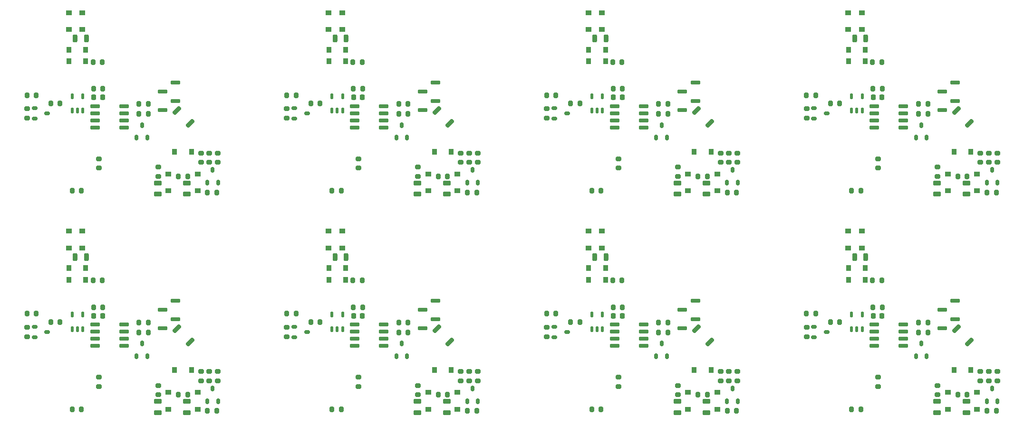
<source format=gbr>
%TF.GenerationSoftware,KiCad,Pcbnew,9.0.2-9.0.2-0~ubuntu24.04.1*%
%TF.CreationDate,2025-05-26T21:58:39+03:00*%
%TF.ProjectId,panelize,70616e65-6c69-47a6-952e-6b696361645f,V01*%
%TF.SameCoordinates,PX2e40d20PY1312d00*%
%TF.FileFunction,Paste,Bot*%
%TF.FilePolarity,Positive*%
%FSLAX46Y46*%
G04 Gerber Fmt 4.6, Leading zero omitted, Abs format (unit mm)*
G04 Created by KiCad (PCBNEW 9.0.2-9.0.2-0~ubuntu24.04.1) date 2025-05-26 21:58:39*
%MOMM*%
%LPD*%
G01*
G04 APERTURE LIST*
G04 Aperture macros list*
%AMRoundRect*
0 Rectangle with rounded corners*
0 $1 Rounding radius*
0 $2 $3 $4 $5 $6 $7 $8 $9 X,Y pos of 4 corners*
0 Add a 4 corners polygon primitive as box body*
4,1,4,$2,$3,$4,$5,$6,$7,$8,$9,$2,$3,0*
0 Add four circle primitives for the rounded corners*
1,1,$1+$1,$2,$3*
1,1,$1+$1,$4,$5*
1,1,$1+$1,$6,$7*
1,1,$1+$1,$8,$9*
0 Add four rect primitives between the rounded corners*
20,1,$1+$1,$2,$3,$4,$5,0*
20,1,$1+$1,$4,$5,$6,$7,0*
20,1,$1+$1,$6,$7,$8,$9,0*
20,1,$1+$1,$8,$9,$2,$3,0*%
G04 Aperture macros list end*
%ADD10RoundRect,0.150000X0.350000X0.150000X-0.350000X0.150000X-0.350000X-0.150000X0.350000X-0.150000X0*%
%ADD11RoundRect,0.200000X0.200000X0.275000X-0.200000X0.275000X-0.200000X-0.275000X0.200000X-0.275000X0*%
%ADD12RoundRect,0.200000X0.500000X-0.200000X0.500000X0.200000X-0.500000X0.200000X-0.500000X-0.200000X0*%
%ADD13RoundRect,0.204545X0.245455X0.345455X-0.245455X0.345455X-0.245455X-0.345455X0.245455X-0.345455X0*%
%ADD14RoundRect,0.204545X-0.345455X0.245455X-0.345455X-0.245455X0.345455X-0.245455X0.345455X0.245455X0*%
%ADD15RoundRect,0.204545X-0.245455X-0.345455X0.245455X-0.345455X0.245455X0.345455X-0.245455X0.345455X0*%
%ADD16RoundRect,0.200000X-0.200000X-0.275000X0.200000X-0.275000X0.200000X0.275000X-0.200000X0.275000X0*%
%ADD17RoundRect,0.166667X-0.708333X0.208333X-0.708333X-0.208333X0.708333X-0.208333X0.708333X0.208333X0*%
%ADD18RoundRect,0.204545X0.345455X-0.245455X0.345455X0.245455X-0.345455X0.245455X-0.345455X-0.245455X0*%
%ADD19RoundRect,0.137500X-0.137500X0.362500X-0.137500X-0.362500X0.137500X-0.362500X0.137500X0.362500X0*%
%ADD20RoundRect,0.150000X-0.150000X0.350000X-0.150000X-0.350000X0.150000X-0.350000X0.150000X0.350000X0*%
%ADD21RoundRect,0.200000X-0.500000X0.200000X-0.500000X-0.200000X0.500000X-0.200000X0.500000X0.200000X0*%
%ADD22RoundRect,0.200000X0.275000X-0.200000X0.275000X0.200000X-0.275000X0.200000X-0.275000X-0.200000X0*%
%ADD23RoundRect,0.200000X-0.275000X0.200000X-0.275000X-0.200000X0.275000X-0.200000X0.275000X0.200000X0*%
%ADD24RoundRect,0.225000X0.225000X0.250000X-0.225000X0.250000X-0.225000X-0.250000X0.225000X-0.250000X0*%
%ADD25RoundRect,0.150000X0.725000X0.150000X-0.725000X0.150000X-0.725000X-0.150000X0.725000X-0.150000X0*%
%ADD26RoundRect,0.195122X0.204878X0.504878X-0.204878X0.504878X-0.204878X-0.504878X0.204878X-0.504878X0*%
%ADD27RoundRect,0.166667X-0.648181X-0.353553X-0.353553X-0.648181X0.648181X0.353553X0.353553X0.648181X0*%
G04 APERTURE END LIST*
D10*
%TO.C,Q3*%
X150274113Y-32450000D03*
X150274113Y-30550000D03*
X152549113Y-31500000D03*
%TD*%
D11*
%TO.C,R12*%
X37063881Y-81700000D03*
X38713881Y-81700000D03*
%TD*%
D12*
%TO.C,D8*%
X125937369Y-82900000D03*
X125937369Y-84900000D03*
%TD*%
D13*
%TO.C,D6*%
X110137369Y-61200000D03*
X113137369Y-61200000D03*
%TD*%
D10*
%TO.C,Q3*%
X11451381Y-71450000D03*
X11451381Y-69550000D03*
X13726381Y-70500000D03*
%TD*%
D14*
%TO.C,D1*%
X158811613Y-16500000D03*
X158811613Y-13500000D03*
%TD*%
D11*
%TO.C,C5*%
X160786613Y-66100000D03*
X162436613Y-66100000D03*
%TD*%
D15*
%TO.C,D4*%
X178211613Y-38300000D03*
X175211613Y-38300000D03*
%TD*%
D14*
%TO.C,D1*%
X112537369Y-16500000D03*
X112537369Y-13500000D03*
%TD*%
D16*
%TO.C,R14*%
X150586613Y-28250000D03*
X148936613Y-28250000D03*
%TD*%
D17*
%TO.C,R4*%
X36588881Y-29250000D03*
X36588881Y-25950000D03*
%TD*%
%TO.C,R5*%
X126837369Y-30850000D03*
X126837369Y-27550000D03*
%TD*%
D14*
%TO.C,D1*%
X19988881Y-16500000D03*
X19988881Y-13500000D03*
%TD*%
D18*
%TO.C,D2*%
X63816135Y-52500000D03*
X63816135Y-55500000D03*
%TD*%
D11*
%TO.C,C5*%
X160786613Y-27100000D03*
X162436613Y-27100000D03*
%TD*%
D16*
%TO.C,R16*%
X158636613Y-45300000D03*
X156986613Y-45300000D03*
%TD*%
D17*
%TO.C,R4*%
X82863125Y-29250000D03*
X82863125Y-25950000D03*
%TD*%
D19*
%TO.C,U5*%
X158861613Y-70000000D03*
X157911613Y-70000000D03*
X156961613Y-70000000D03*
X156961613Y-67400000D03*
X158861613Y-67400000D03*
%TD*%
D20*
%TO.C,U4*%
X31538881Y-74837500D03*
X29638881Y-74837500D03*
X30588881Y-72562500D03*
%TD*%
D16*
%TO.C,R9*%
X116062369Y-61300000D03*
X114412369Y-61300000D03*
%TD*%
D20*
%TO.C,Q2*%
X90413125Y-43837500D03*
X88513125Y-43837500D03*
X89463125Y-41562500D03*
%TD*%
D21*
%TO.C,D9*%
X38588881Y-45900000D03*
X38588881Y-43900000D03*
%TD*%
D16*
%TO.C,R7*%
X77988125Y-29800000D03*
X76338125Y-29800000D03*
%TD*%
D15*
%TO.C,D7*%
X20588881Y-59100000D03*
X17588881Y-59100000D03*
%TD*%
D19*
%TO.C,U5*%
X66313125Y-70000000D03*
X65363125Y-70000000D03*
X64413125Y-70000000D03*
X64413125Y-67400000D03*
X66313125Y-67400000D03*
%TD*%
D12*
%TO.C,D8*%
X125937369Y-43900000D03*
X125937369Y-45900000D03*
%TD*%
D18*
%TO.C,D3*%
X86763125Y-42300000D03*
X86763125Y-45300000D03*
%TD*%
D11*
%TO.C,C9*%
X60638125Y-29700000D03*
X62288125Y-29700000D03*
%TD*%
D12*
%TO.C,D8*%
X172211613Y-82900000D03*
X172211613Y-84900000D03*
%TD*%
D22*
%TO.C,R11*%
X79763125Y-41075000D03*
X79763125Y-42725000D03*
%TD*%
D16*
%TO.C,R14*%
X150586613Y-67250000D03*
X148936613Y-67250000D03*
%TD*%
D11*
%TO.C,R8*%
X76338125Y-31600000D03*
X77988125Y-31600000D03*
%TD*%
D19*
%TO.C,U5*%
X158861613Y-31000000D03*
X157911613Y-31000000D03*
X156961613Y-31000000D03*
X156961613Y-28400000D03*
X158861613Y-28400000D03*
%TD*%
D11*
%TO.C,C9*%
X153186613Y-29700000D03*
X154836613Y-29700000D03*
%TD*%
D20*
%TO.C,Q2*%
X182961613Y-82837500D03*
X181061613Y-82837500D03*
X182011613Y-80562500D03*
%TD*%
D12*
%TO.C,D8*%
X33388881Y-43900000D03*
X33388881Y-45900000D03*
%TD*%
D11*
%TO.C,R12*%
X175886613Y-81700000D03*
X177536613Y-81700000D03*
%TD*%
D16*
%TO.C,R9*%
X69788125Y-61300000D03*
X68138125Y-61300000D03*
%TD*%
D23*
%TO.C,R13*%
X148949113Y-32325000D03*
X148949113Y-30675000D03*
%TD*%
D17*
%TO.C,R4*%
X82863125Y-68250000D03*
X82863125Y-64950000D03*
%TD*%
D24*
%TO.C,C6*%
X160836613Y-28600000D03*
X162386613Y-28600000D03*
%TD*%
D11*
%TO.C,R12*%
X83338125Y-42700000D03*
X84988125Y-42700000D03*
%TD*%
D23*
%TO.C,R10*%
X136637369Y-79225000D03*
X136637369Y-77575000D03*
%TD*%
D19*
%TO.C,U5*%
X112587369Y-70000000D03*
X111637369Y-70000000D03*
X110687369Y-70000000D03*
X110687369Y-67400000D03*
X112587369Y-67400000D03*
%TD*%
D22*
%TO.C,C7*%
X87363125Y-38575000D03*
X87363125Y-40225000D03*
%TD*%
%TO.C,C7*%
X179911613Y-77575000D03*
X179911613Y-79225000D03*
%TD*%
D11*
%TO.C,C9*%
X106912369Y-68700000D03*
X108562369Y-68700000D03*
%TD*%
D19*
%TO.C,U5*%
X20038881Y-70000000D03*
X19088881Y-70000000D03*
X18138881Y-70000000D03*
X18138881Y-67400000D03*
X20038881Y-67400000D03*
%TD*%
D16*
%TO.C,R9*%
X69788125Y-22300000D03*
X68138125Y-22300000D03*
%TD*%
%TO.C,R7*%
X77988125Y-68800000D03*
X76338125Y-68800000D03*
%TD*%
D19*
%TO.C,U5*%
X112587369Y-31000000D03*
X111637369Y-31000000D03*
X110687369Y-31000000D03*
X110687369Y-28400000D03*
X112587369Y-28400000D03*
%TD*%
D18*
%TO.C,D5*%
X174111613Y-81300000D03*
X174111613Y-84300000D03*
%TD*%
D22*
%TO.C,R11*%
X79763125Y-80075000D03*
X79763125Y-81725000D03*
%TD*%
D11*
%TO.C,C9*%
X106912369Y-29700000D03*
X108562369Y-29700000D03*
%TD*%
D25*
%TO.C,U3*%
X22213881Y-73005000D03*
X22213881Y-71735000D03*
X22213881Y-70465000D03*
X22213881Y-69195000D03*
X27363881Y-69195000D03*
X27363881Y-70465000D03*
X27363881Y-71735000D03*
X27363881Y-73005000D03*
%TD*%
D19*
%TO.C,U5*%
X20038881Y-31000000D03*
X19088881Y-31000000D03*
X18138881Y-31000000D03*
X18138881Y-28400000D03*
X20038881Y-28400000D03*
%TD*%
D22*
%TO.C,R6*%
X115437369Y-39575000D03*
X115437369Y-41225000D03*
%TD*%
D16*
%TO.C,R16*%
X66088125Y-45300000D03*
X64438125Y-45300000D03*
%TD*%
D11*
%TO.C,R15*%
X134812369Y-45600000D03*
X136462369Y-45600000D03*
%TD*%
D16*
%TO.C,R16*%
X158636613Y-84300000D03*
X156986613Y-84300000D03*
%TD*%
%TO.C,R14*%
X58038125Y-28250000D03*
X56388125Y-28250000D03*
%TD*%
D20*
%TO.C,Q2*%
X182961613Y-43837500D03*
X181061613Y-43837500D03*
X182011613Y-41562500D03*
%TD*%
D17*
%TO.C,R5*%
X34288881Y-30850000D03*
X34288881Y-27550000D03*
%TD*%
D23*
%TO.C,R3*%
X181411613Y-79225000D03*
X181411613Y-77575000D03*
%TD*%
D24*
%TO.C,C6*%
X68288125Y-67600000D03*
X69838125Y-67600000D03*
%TD*%
D10*
%TO.C,Q3*%
X11451381Y-32450000D03*
X11451381Y-30550000D03*
X13726381Y-31500000D03*
%TD*%
D23*
%TO.C,R13*%
X56400625Y-71325000D03*
X56400625Y-69675000D03*
%TD*%
D11*
%TO.C,R8*%
X122612369Y-70600000D03*
X124262369Y-70600000D03*
%TD*%
D16*
%TO.C,R16*%
X112362369Y-84300000D03*
X110712369Y-84300000D03*
%TD*%
D10*
%TO.C,Q3*%
X103999869Y-71450000D03*
X103999869Y-69550000D03*
X106274869Y-70500000D03*
%TD*%
D17*
%TO.C,R5*%
X173111613Y-69850000D03*
X173111613Y-66550000D03*
%TD*%
D23*
%TO.C,R3*%
X88863125Y-79225000D03*
X88863125Y-77575000D03*
%TD*%
%TO.C,R13*%
X56400625Y-32325000D03*
X56400625Y-30675000D03*
%TD*%
D13*
%TO.C,D6*%
X17588881Y-61200000D03*
X20588881Y-61200000D03*
%TD*%
D23*
%TO.C,R10*%
X182911613Y-40225000D03*
X182911613Y-38575000D03*
%TD*%
D16*
%TO.C,R16*%
X112362369Y-45300000D03*
X110712369Y-45300000D03*
%TD*%
D20*
%TO.C,Q2*%
X90413125Y-82837500D03*
X88513125Y-82837500D03*
X89463125Y-80562500D03*
%TD*%
D11*
%TO.C,R15*%
X42263881Y-84600000D03*
X43913881Y-84600000D03*
%TD*%
D23*
%TO.C,R3*%
X88863125Y-40225000D03*
X88863125Y-38575000D03*
%TD*%
D21*
%TO.C,D9*%
X177411613Y-84900000D03*
X177411613Y-82900000D03*
%TD*%
D23*
%TO.C,R3*%
X135137369Y-40225000D03*
X135137369Y-38575000D03*
%TD*%
D16*
%TO.C,R16*%
X19813881Y-45300000D03*
X18163881Y-45300000D03*
%TD*%
%TO.C,R9*%
X162336613Y-22300000D03*
X160686613Y-22300000D03*
%TD*%
%TO.C,R14*%
X104312369Y-67250000D03*
X102662369Y-67250000D03*
%TD*%
%TO.C,R14*%
X58038125Y-67250000D03*
X56388125Y-67250000D03*
%TD*%
D12*
%TO.C,D8*%
X172211613Y-43900000D03*
X172211613Y-45900000D03*
%TD*%
D17*
%TO.C,R4*%
X175411613Y-29250000D03*
X175411613Y-25950000D03*
%TD*%
D10*
%TO.C,Q3*%
X57725625Y-71450000D03*
X57725625Y-69550000D03*
X60000625Y-70500000D03*
%TD*%
D21*
%TO.C,D9*%
X177411613Y-45900000D03*
X177411613Y-43900000D03*
%TD*%
D22*
%TO.C,R6*%
X69163125Y-78575000D03*
X69163125Y-80225000D03*
%TD*%
D26*
%TO.C,C4*%
X157511613Y-57100000D03*
X159511613Y-57100000D03*
%TD*%
D13*
%TO.C,D6*%
X63863125Y-22200000D03*
X66863125Y-22200000D03*
%TD*%
D11*
%TO.C,R12*%
X175886613Y-42700000D03*
X177536613Y-42700000D03*
%TD*%
D10*
%TO.C,Q3*%
X57725625Y-32450000D03*
X57725625Y-30550000D03*
X60000625Y-31500000D03*
%TD*%
D16*
%TO.C,R9*%
X23513881Y-61300000D03*
X21863881Y-61300000D03*
%TD*%
D27*
%TO.C,C8*%
X131704095Y-33266726D03*
X129370643Y-30933274D03*
%TD*%
D15*
%TO.C,D4*%
X131937369Y-38300000D03*
X128937369Y-38300000D03*
%TD*%
D11*
%TO.C,R12*%
X129612369Y-42700000D03*
X131262369Y-42700000D03*
%TD*%
D13*
%TO.C,D6*%
X156411613Y-61200000D03*
X159411613Y-61200000D03*
%TD*%
D18*
%TO.C,D3*%
X86763125Y-81300000D03*
X86763125Y-84300000D03*
%TD*%
D11*
%TO.C,C9*%
X60638125Y-68700000D03*
X62288125Y-68700000D03*
%TD*%
D12*
%TO.C,D8*%
X79663125Y-82900000D03*
X79663125Y-84900000D03*
%TD*%
D23*
%TO.C,R3*%
X42588881Y-79225000D03*
X42588881Y-77575000D03*
%TD*%
D18*
%TO.C,D2*%
X156364623Y-52500000D03*
X156364623Y-55500000D03*
%TD*%
%TO.C,D2*%
X17541891Y-13500000D03*
X17541891Y-16500000D03*
%TD*%
D11*
%TO.C,C9*%
X153186613Y-68700000D03*
X154836613Y-68700000D03*
%TD*%
D20*
%TO.C,U4*%
X170361613Y-74837500D03*
X168461613Y-74837500D03*
X169411613Y-72562500D03*
%TD*%
D14*
%TO.C,D1*%
X19988881Y-55500000D03*
X19988881Y-52500000D03*
%TD*%
D27*
%TO.C,C8*%
X85429851Y-72266726D03*
X83096399Y-69933274D03*
%TD*%
D23*
%TO.C,R10*%
X136637369Y-40225000D03*
X136637369Y-38575000D03*
%TD*%
D18*
%TO.C,D5*%
X81563125Y-42300000D03*
X81563125Y-45300000D03*
%TD*%
D22*
%TO.C,R6*%
X22888881Y-39575000D03*
X22888881Y-41225000D03*
%TD*%
D25*
%TO.C,U3*%
X68488125Y-34005000D03*
X68488125Y-32735000D03*
X68488125Y-31465000D03*
X68488125Y-30195000D03*
X73638125Y-30195000D03*
X73638125Y-31465000D03*
X73638125Y-32735000D03*
X73638125Y-34005000D03*
%TD*%
D13*
%TO.C,D6*%
X156411613Y-22200000D03*
X159411613Y-22200000D03*
%TD*%
D27*
%TO.C,C8*%
X39155607Y-72266726D03*
X36822155Y-69933274D03*
%TD*%
D20*
%TO.C,U4*%
X77813125Y-35837500D03*
X75913125Y-35837500D03*
X76863125Y-33562500D03*
%TD*%
D18*
%TO.C,D3*%
X179311613Y-81300000D03*
X179311613Y-84300000D03*
%TD*%
%TO.C,D5*%
X81563125Y-81300000D03*
X81563125Y-84300000D03*
%TD*%
D26*
%TO.C,C4*%
X64963125Y-18100000D03*
X66963125Y-18100000D03*
%TD*%
D11*
%TO.C,C5*%
X68238125Y-66100000D03*
X69888125Y-66100000D03*
%TD*%
D16*
%TO.C,R16*%
X66088125Y-84300000D03*
X64438125Y-84300000D03*
%TD*%
D23*
%TO.C,R10*%
X44088881Y-40225000D03*
X44088881Y-38575000D03*
%TD*%
D27*
%TO.C,C8*%
X177978339Y-33266726D03*
X175644887Y-30933274D03*
%TD*%
D16*
%TO.C,R9*%
X23513881Y-22300000D03*
X21863881Y-22300000D03*
%TD*%
D18*
%TO.C,D2*%
X156364623Y-13500000D03*
X156364623Y-16500000D03*
%TD*%
D15*
%TO.C,D4*%
X85663125Y-77300000D03*
X82663125Y-77300000D03*
%TD*%
D27*
%TO.C,C8*%
X39155607Y-33266726D03*
X36822155Y-30933274D03*
%TD*%
D19*
%TO.C,U5*%
X66313125Y-31000000D03*
X65363125Y-31000000D03*
X64413125Y-31000000D03*
X64413125Y-28400000D03*
X66313125Y-28400000D03*
%TD*%
D15*
%TO.C,D7*%
X66863125Y-20100000D03*
X63863125Y-20100000D03*
%TD*%
D23*
%TO.C,R10*%
X182911613Y-79225000D03*
X182911613Y-77575000D03*
%TD*%
D18*
%TO.C,D3*%
X133037369Y-81300000D03*
X133037369Y-84300000D03*
%TD*%
D15*
%TO.C,D4*%
X39388881Y-38300000D03*
X36388881Y-38300000D03*
%TD*%
D20*
%TO.C,Q2*%
X44138881Y-43837500D03*
X42238881Y-43837500D03*
X43188881Y-41562500D03*
%TD*%
D22*
%TO.C,R6*%
X115437369Y-78575000D03*
X115437369Y-80225000D03*
%TD*%
D23*
%TO.C,R10*%
X44088881Y-79225000D03*
X44088881Y-77575000D03*
%TD*%
D16*
%TO.C,R7*%
X170536613Y-29800000D03*
X168886613Y-29800000D03*
%TD*%
D20*
%TO.C,Q2*%
X44138881Y-82837500D03*
X42238881Y-82837500D03*
X43188881Y-80562500D03*
%TD*%
D15*
%TO.C,D4*%
X39388881Y-77300000D03*
X36388881Y-77300000D03*
%TD*%
D11*
%TO.C,C5*%
X114512369Y-66100000D03*
X116162369Y-66100000D03*
%TD*%
%TO.C,R15*%
X88538125Y-45600000D03*
X90188125Y-45600000D03*
%TD*%
%TO.C,R15*%
X134812369Y-84600000D03*
X136462369Y-84600000D03*
%TD*%
D24*
%TO.C,C6*%
X22013881Y-28600000D03*
X23563881Y-28600000D03*
%TD*%
D20*
%TO.C,U4*%
X170361613Y-35837500D03*
X168461613Y-35837500D03*
X169411613Y-33562500D03*
%TD*%
D23*
%TO.C,R3*%
X135137369Y-79225000D03*
X135137369Y-77575000D03*
%TD*%
D24*
%TO.C,C6*%
X160836613Y-67600000D03*
X162386613Y-67600000D03*
%TD*%
D26*
%TO.C,C4*%
X18688881Y-18100000D03*
X20688881Y-18100000D03*
%TD*%
D15*
%TO.C,D7*%
X66863125Y-59100000D03*
X63863125Y-59100000D03*
%TD*%
D23*
%TO.C,R13*%
X102674869Y-71325000D03*
X102674869Y-69675000D03*
%TD*%
D27*
%TO.C,C8*%
X177978339Y-72266726D03*
X175644887Y-69933274D03*
%TD*%
D17*
%TO.C,R4*%
X129137369Y-68250000D03*
X129137369Y-64950000D03*
%TD*%
D22*
%TO.C,C7*%
X87363125Y-77575000D03*
X87363125Y-79225000D03*
%TD*%
D21*
%TO.C,D9*%
X84863125Y-45900000D03*
X84863125Y-43900000D03*
%TD*%
D23*
%TO.C,R3*%
X181411613Y-40225000D03*
X181411613Y-38575000D03*
%TD*%
D11*
%TO.C,C9*%
X14363881Y-68700000D03*
X16013881Y-68700000D03*
%TD*%
D17*
%TO.C,R4*%
X129137369Y-29250000D03*
X129137369Y-25950000D03*
%TD*%
D15*
%TO.C,D4*%
X178211613Y-77300000D03*
X175211613Y-77300000D03*
%TD*%
D25*
%TO.C,U3*%
X161036613Y-73005000D03*
X161036613Y-71735000D03*
X161036613Y-70465000D03*
X161036613Y-69195000D03*
X166186613Y-69195000D03*
X166186613Y-70465000D03*
X166186613Y-71735000D03*
X166186613Y-73005000D03*
%TD*%
D20*
%TO.C,U4*%
X124087369Y-35837500D03*
X122187369Y-35837500D03*
X123137369Y-33562500D03*
%TD*%
D16*
%TO.C,R7*%
X170536613Y-68800000D03*
X168886613Y-68800000D03*
%TD*%
D22*
%TO.C,C7*%
X179911613Y-38575000D03*
X179911613Y-40225000D03*
%TD*%
D11*
%TO.C,R15*%
X88538125Y-84600000D03*
X90188125Y-84600000D03*
%TD*%
D16*
%TO.C,R14*%
X104312369Y-28250000D03*
X102662369Y-28250000D03*
%TD*%
D20*
%TO.C,U4*%
X31538881Y-35837500D03*
X29638881Y-35837500D03*
X30588881Y-33562500D03*
%TD*%
D11*
%TO.C,R8*%
X168886613Y-70600000D03*
X170536613Y-70600000D03*
%TD*%
D25*
%TO.C,U3*%
X22213881Y-34005000D03*
X22213881Y-32735000D03*
X22213881Y-31465000D03*
X22213881Y-30195000D03*
X27363881Y-30195000D03*
X27363881Y-31465000D03*
X27363881Y-32735000D03*
X27363881Y-34005000D03*
%TD*%
%TO.C,U3*%
X114762369Y-34005000D03*
X114762369Y-32735000D03*
X114762369Y-31465000D03*
X114762369Y-30195000D03*
X119912369Y-30195000D03*
X119912369Y-31465000D03*
X119912369Y-32735000D03*
X119912369Y-34005000D03*
%TD*%
D16*
%TO.C,R7*%
X31713881Y-68800000D03*
X30063881Y-68800000D03*
%TD*%
D22*
%TO.C,R11*%
X172311613Y-41075000D03*
X172311613Y-42725000D03*
%TD*%
D10*
%TO.C,Q3*%
X150274113Y-71450000D03*
X150274113Y-69550000D03*
X152549113Y-70500000D03*
%TD*%
D11*
%TO.C,C5*%
X114512369Y-27100000D03*
X116162369Y-27100000D03*
%TD*%
D20*
%TO.C,U4*%
X124087369Y-74837500D03*
X122187369Y-74837500D03*
X123137369Y-72562500D03*
%TD*%
D18*
%TO.C,D5*%
X127837369Y-81300000D03*
X127837369Y-84300000D03*
%TD*%
D12*
%TO.C,D8*%
X79663125Y-43900000D03*
X79663125Y-45900000D03*
%TD*%
D11*
%TO.C,R12*%
X83338125Y-81700000D03*
X84988125Y-81700000D03*
%TD*%
D27*
%TO.C,C8*%
X131704095Y-72266726D03*
X129370643Y-69933274D03*
%TD*%
D16*
%TO.C,R7*%
X124262369Y-29800000D03*
X122612369Y-29800000D03*
%TD*%
D15*
%TO.C,D7*%
X113137369Y-20100000D03*
X110137369Y-20100000D03*
%TD*%
D12*
%TO.C,D8*%
X33388881Y-82900000D03*
X33388881Y-84900000D03*
%TD*%
D15*
%TO.C,D7*%
X20588881Y-20100000D03*
X17588881Y-20100000D03*
%TD*%
D11*
%TO.C,R8*%
X122612369Y-31600000D03*
X124262369Y-31600000D03*
%TD*%
D22*
%TO.C,R11*%
X33488881Y-80075000D03*
X33488881Y-81725000D03*
%TD*%
D15*
%TO.C,D7*%
X113137369Y-59100000D03*
X110137369Y-59100000D03*
%TD*%
D16*
%TO.C,R7*%
X124262369Y-68800000D03*
X122612369Y-68800000D03*
%TD*%
%TO.C,R9*%
X116062369Y-22300000D03*
X114412369Y-22300000D03*
%TD*%
D20*
%TO.C,Q2*%
X136687369Y-82837500D03*
X134787369Y-82837500D03*
X135737369Y-80562500D03*
%TD*%
D25*
%TO.C,U3*%
X114762369Y-73005000D03*
X114762369Y-71735000D03*
X114762369Y-70465000D03*
X114762369Y-69195000D03*
X119912369Y-69195000D03*
X119912369Y-70465000D03*
X119912369Y-71735000D03*
X119912369Y-73005000D03*
%TD*%
D24*
%TO.C,C6*%
X114562369Y-28600000D03*
X116112369Y-28600000D03*
%TD*%
D18*
%TO.C,D2*%
X110090379Y-13500000D03*
X110090379Y-16500000D03*
%TD*%
D22*
%TO.C,R6*%
X161711613Y-78575000D03*
X161711613Y-80225000D03*
%TD*%
D26*
%TO.C,C4*%
X18688881Y-57100000D03*
X20688881Y-57100000D03*
%TD*%
D17*
%TO.C,R5*%
X80563125Y-69850000D03*
X80563125Y-66550000D03*
%TD*%
%TO.C,R4*%
X175411613Y-68250000D03*
X175411613Y-64950000D03*
%TD*%
D14*
%TO.C,D1*%
X158811613Y-55500000D03*
X158811613Y-52500000D03*
%TD*%
D11*
%TO.C,C5*%
X21963881Y-66100000D03*
X23613881Y-66100000D03*
%TD*%
%TO.C,C9*%
X14363881Y-29700000D03*
X16013881Y-29700000D03*
%TD*%
D23*
%TO.C,R3*%
X42588881Y-40225000D03*
X42588881Y-38575000D03*
%TD*%
D22*
%TO.C,R6*%
X69163125Y-39575000D03*
X69163125Y-41225000D03*
%TD*%
D11*
%TO.C,R15*%
X181086613Y-84600000D03*
X182736613Y-84600000D03*
%TD*%
D26*
%TO.C,C4*%
X157511613Y-18100000D03*
X159511613Y-18100000D03*
%TD*%
D10*
%TO.C,Q3*%
X103999869Y-32450000D03*
X103999869Y-30550000D03*
X106274869Y-31500000D03*
%TD*%
D11*
%TO.C,R8*%
X30063881Y-70600000D03*
X31713881Y-70600000D03*
%TD*%
D21*
%TO.C,D9*%
X131137369Y-45900000D03*
X131137369Y-43900000D03*
%TD*%
%TO.C,D9*%
X131137369Y-84900000D03*
X131137369Y-82900000D03*
%TD*%
D20*
%TO.C,U4*%
X77813125Y-74837500D03*
X75913125Y-74837500D03*
X76863125Y-72562500D03*
%TD*%
D26*
%TO.C,C4*%
X64963125Y-57100000D03*
X66963125Y-57100000D03*
%TD*%
D11*
%TO.C,C5*%
X68238125Y-27100000D03*
X69888125Y-27100000D03*
%TD*%
D18*
%TO.C,D3*%
X179311613Y-42300000D03*
X179311613Y-45300000D03*
%TD*%
D16*
%TO.C,R14*%
X11763881Y-67250000D03*
X10113881Y-67250000D03*
%TD*%
D22*
%TO.C,C7*%
X41088881Y-38575000D03*
X41088881Y-40225000D03*
%TD*%
D15*
%TO.C,D7*%
X159411613Y-20100000D03*
X156411613Y-20100000D03*
%TD*%
D23*
%TO.C,R10*%
X90363125Y-40225000D03*
X90363125Y-38575000D03*
%TD*%
D25*
%TO.C,U3*%
X68488125Y-73005000D03*
X68488125Y-71735000D03*
X68488125Y-70465000D03*
X68488125Y-69195000D03*
X73638125Y-69195000D03*
X73638125Y-70465000D03*
X73638125Y-71735000D03*
X73638125Y-73005000D03*
%TD*%
D14*
%TO.C,D1*%
X66263125Y-16500000D03*
X66263125Y-13500000D03*
%TD*%
D17*
%TO.C,R5*%
X34288881Y-69850000D03*
X34288881Y-66550000D03*
%TD*%
D22*
%TO.C,R11*%
X172311613Y-80075000D03*
X172311613Y-81725000D03*
%TD*%
D18*
%TO.C,D5*%
X35288881Y-81300000D03*
X35288881Y-84300000D03*
%TD*%
D16*
%TO.C,R9*%
X162336613Y-61300000D03*
X160686613Y-61300000D03*
%TD*%
D24*
%TO.C,C6*%
X114562369Y-67600000D03*
X116112369Y-67600000D03*
%TD*%
D11*
%TO.C,R15*%
X181086613Y-45600000D03*
X182736613Y-45600000D03*
%TD*%
D22*
%TO.C,C7*%
X41088881Y-77575000D03*
X41088881Y-79225000D03*
%TD*%
%TO.C,C7*%
X133637369Y-77575000D03*
X133637369Y-79225000D03*
%TD*%
D13*
%TO.C,D6*%
X63863125Y-61200000D03*
X66863125Y-61200000D03*
%TD*%
D22*
%TO.C,R11*%
X126037369Y-80075000D03*
X126037369Y-81725000D03*
%TD*%
D21*
%TO.C,D9*%
X84863125Y-84900000D03*
X84863125Y-82900000D03*
%TD*%
D18*
%TO.C,D5*%
X35288881Y-42300000D03*
X35288881Y-45300000D03*
%TD*%
D11*
%TO.C,R12*%
X129612369Y-81700000D03*
X131262369Y-81700000D03*
%TD*%
D26*
%TO.C,C4*%
X111237369Y-18100000D03*
X113237369Y-18100000D03*
%TD*%
D18*
%TO.C,D5*%
X127837369Y-42300000D03*
X127837369Y-45300000D03*
%TD*%
%TO.C,D3*%
X133037369Y-42300000D03*
X133037369Y-45300000D03*
%TD*%
%TO.C,D3*%
X40488881Y-42300000D03*
X40488881Y-45300000D03*
%TD*%
D14*
%TO.C,D1*%
X66263125Y-55500000D03*
X66263125Y-52500000D03*
%TD*%
D18*
%TO.C,D2*%
X17541891Y-52500000D03*
X17541891Y-55500000D03*
%TD*%
D13*
%TO.C,D6*%
X17588881Y-22200000D03*
X20588881Y-22200000D03*
%TD*%
D11*
%TO.C,R8*%
X30063881Y-31600000D03*
X31713881Y-31600000D03*
%TD*%
%TO.C,R8*%
X168886613Y-31600000D03*
X170536613Y-31600000D03*
%TD*%
%TO.C,C5*%
X21963881Y-27100000D03*
X23613881Y-27100000D03*
%TD*%
D27*
%TO.C,C8*%
X85429851Y-33266726D03*
X83096399Y-30933274D03*
%TD*%
D22*
%TO.C,R11*%
X126037369Y-41075000D03*
X126037369Y-42725000D03*
%TD*%
D11*
%TO.C,R12*%
X37063881Y-42700000D03*
X38713881Y-42700000D03*
%TD*%
D23*
%TO.C,R10*%
X90363125Y-79225000D03*
X90363125Y-77575000D03*
%TD*%
D20*
%TO.C,Q2*%
X136687369Y-43837500D03*
X134787369Y-43837500D03*
X135737369Y-41562500D03*
%TD*%
D22*
%TO.C,C7*%
X133637369Y-38575000D03*
X133637369Y-40225000D03*
%TD*%
D15*
%TO.C,D4*%
X85663125Y-38300000D03*
X82663125Y-38300000D03*
%TD*%
%TO.C,D7*%
X159411613Y-59100000D03*
X156411613Y-59100000D03*
%TD*%
D16*
%TO.C,R16*%
X19813881Y-84300000D03*
X18163881Y-84300000D03*
%TD*%
D11*
%TO.C,R8*%
X76338125Y-70600000D03*
X77988125Y-70600000D03*
%TD*%
D18*
%TO.C,D2*%
X110090379Y-52500000D03*
X110090379Y-55500000D03*
%TD*%
D21*
%TO.C,D9*%
X38588881Y-84900000D03*
X38588881Y-82900000D03*
%TD*%
D23*
%TO.C,R13*%
X10126381Y-32325000D03*
X10126381Y-30675000D03*
%TD*%
D15*
%TO.C,D4*%
X131937369Y-77300000D03*
X128937369Y-77300000D03*
%TD*%
D17*
%TO.C,R4*%
X36588881Y-68250000D03*
X36588881Y-64950000D03*
%TD*%
%TO.C,R5*%
X80563125Y-30850000D03*
X80563125Y-27550000D03*
%TD*%
D25*
%TO.C,U3*%
X161036613Y-34005000D03*
X161036613Y-32735000D03*
X161036613Y-31465000D03*
X161036613Y-30195000D03*
X166186613Y-30195000D03*
X166186613Y-31465000D03*
X166186613Y-32735000D03*
X166186613Y-34005000D03*
%TD*%
D22*
%TO.C,R11*%
X33488881Y-41075000D03*
X33488881Y-42725000D03*
%TD*%
%TO.C,R6*%
X161711613Y-39575000D03*
X161711613Y-41225000D03*
%TD*%
D23*
%TO.C,R13*%
X148949113Y-71325000D03*
X148949113Y-69675000D03*
%TD*%
D24*
%TO.C,C6*%
X22013881Y-67600000D03*
X23563881Y-67600000D03*
%TD*%
D26*
%TO.C,C4*%
X111237369Y-57100000D03*
X113237369Y-57100000D03*
%TD*%
D22*
%TO.C,R6*%
X22888881Y-78575000D03*
X22888881Y-80225000D03*
%TD*%
D18*
%TO.C,D2*%
X63816135Y-13500000D03*
X63816135Y-16500000D03*
%TD*%
D16*
%TO.C,R14*%
X11763881Y-28250000D03*
X10113881Y-28250000D03*
%TD*%
D17*
%TO.C,R5*%
X173111613Y-30850000D03*
X173111613Y-27550000D03*
%TD*%
D23*
%TO.C,R13*%
X102674869Y-32325000D03*
X102674869Y-30675000D03*
%TD*%
D18*
%TO.C,D3*%
X40488881Y-81300000D03*
X40488881Y-84300000D03*
%TD*%
D16*
%TO.C,R7*%
X31713881Y-29800000D03*
X30063881Y-29800000D03*
%TD*%
D24*
%TO.C,C6*%
X68288125Y-28600000D03*
X69838125Y-28600000D03*
%TD*%
D13*
%TO.C,D6*%
X110137369Y-22200000D03*
X113137369Y-22200000D03*
%TD*%
D11*
%TO.C,R15*%
X42263881Y-45600000D03*
X43913881Y-45600000D03*
%TD*%
D23*
%TO.C,R13*%
X10126381Y-71325000D03*
X10126381Y-69675000D03*
%TD*%
D17*
%TO.C,R5*%
X126837369Y-69850000D03*
X126837369Y-66550000D03*
%TD*%
D14*
%TO.C,D1*%
X112537369Y-55500000D03*
X112537369Y-52500000D03*
%TD*%
D18*
%TO.C,D5*%
X174111613Y-42300000D03*
X174111613Y-45300000D03*
%TD*%
M02*

</source>
